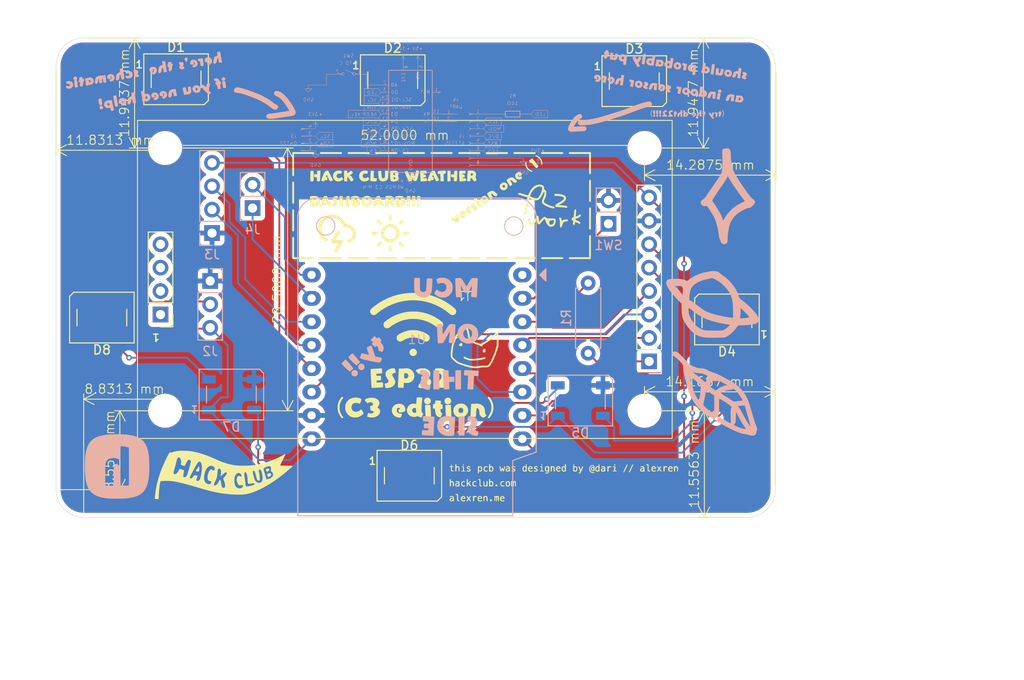
<source format=kicad_pcb>
(kicad_pcb (version 20241129) (generator "pcbnew") (generator_version "8.99")
  (layers (0 "F.Cu" signal) (2 "B.Cu" signal) (13 "F.Paste" user) (15 "B.Paste" user) (5 "F.SilkS" user "F.Silkscreen") (7 "B.SilkS" user "B.Silkscreen") (1 "F.Mask" user) (3 "B.Mask" user) (25 "Edge.Cuts" user))
  (net 0 "")
  (net 1 "GND")
  (net 2 "+5V")
  (net 3 "NEOPIXEL")
  (net 4 "SCK")
  (net 5 "D{slash}C")
  (net 6 "RST")
  (net 7 "CS")
  (net 8 "MOSI")
  (net 9 "+3V3")
  (net 10 "Net-(J1-Pin_1)")
  (net 11 "SDA")
  (net 12 "SCL")
  (net 13 "LED")
  (net 14 "Net-(SW1-A)")
  (net 15 "Net-(J4-Pin_1)")
  (net 16 "Net-(J4-Pin_2)")
  (net 18 "Net-(D5-DOUT)")
  (net 19 "Net-(D6-DOUT)")
  (net 20 "Net-(D7-DOUT)")
  (net 21 "Net-(D8-DOUT)")
  (net 22 "Net-(D1-DOUT)")
  (net 23 "Net-(D2-DOUT)")
  (net 24 "Net-(D3-DOUT)")
  (net 25 "Net-(D4-DOUT)")
  (footprint "LED_SMD:LED_WS2812B_PLCC4_5.0x5.0mm_P3.2mm" (layer "F.Cu") (at 110.3 53.8)
    (property "Reference" "D2" (at 0 -3.5 0) (layer "F.SilkS"))
    (property "Value" "WS2812B")
    (fp_text user "1" (at -4 -1.6 0) (layer "F.SilkS") (effects (font (size 0.8 0.8))))
    (pad "1" smd roundrect (at -2.45 -1.65) (size 1.5 0.9) (layers "F.Cu" "F.Mask" "F.Paste") (roundrect_rratio 0.1) (net 2 "+5V"))
    (pad "2" smd roundrect (at -2.45 1.65) (size 1.5 0.9) (layers "F.Cu" "F.Mask" "F.Paste") (roundrect_rratio 0.1) (net 23 "Net-(D2-DOUT)"))
    (pad "3" smd roundrect (at 2.45 1.65) (size 1.5 0.9) (layers "F.Cu" "F.Mask" "F.Paste") (roundrect_rratio 0.1) (net 1 "GND"))
    (pad "4" smd roundrect (at 2.45 -1.65) (size 1.5 0.9) (layers "F.Cu" "F.Mask" "F.Paste") (roundrect_rratio 0.1) (net 22 "Net-(D1-DOUT)"))
  )
  (footprint "LOGO" (layer "F.Cu") (at 92 96.6)
    (property "Reference" "G***" (hide yes))
    (property "Value" "LOGO" (hide yes))
  )
  (footprint "LOGO" (layer "F.Cu") (at 112.8 84.5)
    (property "Reference" "G***" (hide yes))
    (property "Value" "LOGO" (hide yes))
  )
  (footprint "asylum-weather:TFT_ST7735_SD" (layer "F.Cu") (at 118.1125 75.65625 180)
    (property "Reference" "J1" (at 0 -1.5 180) (layer "F.SilkS") (effects (font (thickness 0.1))))
    (property "Value" "ST7735")
    (pad "" np_thru_hole circle (at -19.5 -14 180) (size 3.2 3.2) (drill 3.2) (layers "*.Cu" "*.Mask"))
    (pad "" np_thru_hole circle (at -19.5 14.5 180) (size 3.2 3.2) (drill 3.2) (layers "*.Cu" "*.Mask"))
    (pad "" np_thru_hole circle (at 32.5 -14 180) (size 3.2 3.2) (drill 3.2) (layers "*.Cu" "*.Mask"))
    (pad "" np_thru_hole circle (at 32.5 14.5 180) (size 3.2 3.2) (drill 3.2) (layers "*.Cu" "*.Mask"))
    (pad "1" thru_hole rect (at -20 -8.64 180) (size 1.7 1.7) (drill 1) (layers "*.Cu" "*.Mask") (net 10 "Net-(J1-Pin_1)"))
    (pad "2" thru_hole oval (at -20 -6.1 180) (size 1.7 1.7) (drill 1) (layers "*.Cu" "*.Mask") (net 4 "SCK"))
    (pad "3" thru_hole oval (at -20 -3.56 180) (size 1.7 1.7) (drill 1) (layers "*.Cu" "*.Mask") (net 8 "MOSI"))
    (pad "4" thru_hole oval (at -20 -1.02 180) (size 1.7 1.7) (drill 1) (layers "*.Cu" "*.Mask") (net 5 "D{slash}C"))
    (pad "5" thru_hole oval (at -20 1.52 180) (size 1.7 1.7) (drill 1) (layers "*.Cu" "*.Mask") (net 6 "RST"))
    (pad "6" thru_hole oval (at -20 4.06 180) (size 1.7 1.7) (drill 1) (layers "*.Cu" "*.Mask") (net 7 "CS"))
    (pad "7" thru_hole oval (at -20 6.6 180) (size 1.7 1.7) (drill 1) (layers "*.Cu" "*.Mask") (net 1 "GND"))
    (pad "8" thru_hole oval (at -20 9.14 180) (size 1.7 1.7) (drill 1) (layers "*.Cu" "*.Mask") (net 9 "+3V3"))
    (pad "9" thru_hole rect (at 33 -3.56 180) (size 1.7 1.7) (drill 1) (layers "*.Cu" "*.Mask"))
    (pad "10" thru_hole oval (at 33 -1.02 180) (size 1.7 1.7) (drill 1) (layers "*.Cu" "*.Mask"))
    (pad "11" thru_hole oval (at 33 1.52 180) (size 1.7 1.7) (drill 1) (layers "*.Cu" "*.Mask"))
    (pad "12" thru_hole oval (at 33 4.06 180) (size 1.7 1.7) (drill 1) (layers "*.Cu" "*.Mask"))
  )
  (footprint "LED_SMD:LED_WS2812B_PLCC4_5.0x5.0mm_P3.2mm" (layer "F.Cu") (at 78.75 79.55 180)
    (property "Reference" "D8" (at 0 -3.5 0) (layer "F.SilkS"))
    (property "Value" "WS2812B")
    (fp_text user "1" (at -5.85 -2.15 180) (layer "F.SilkS") (effects (font (size 0.8 0.8))))
    (pad "1" smd roundrect (at -2.45 -1.65 180) (size 1.5 0.9) (layers "F.Cu" "F.Mask" "F.Paste") (roundrect_rratio 0.1) (net 2 "+5V"))
    (pad "2" smd roundrect (at -2.45 1.65 180) (size 1.5 0.9) (layers "F.Cu" "F.Mask" "F.Paste") (roundrect_rratio 0.1) (net 21 "Net-(D8-DOUT)"))
    (pad "3" smd roundrect (at 2.45 1.65 180) (size 1.5 0.9) (layers "F.Cu" "F.Mask" "F.Paste") (roundrect_rratio 0.1) (net 1 "GND"))
    (pad "4" smd roundrect (at 2.45 -1.65 180) (size 1.5 0.9) (layers "F.Cu" "F.Mask" "F.Paste") (roundrect_rratio 0.1) (net 20 "Net-(D7-DOUT)"))
  )
  (footprint "LOGO" (layer "F.Cu") (at 129.8 97.5)
    (property "Reference" "G***" (hide yes))
    (property "Value" "LOGO" (hide yes))
  )
  (footprint "LED_SMD:LED_WS2812B_PLCC4_5.0x5.0mm_P3.2mm" (layer "F.Cu") (at 86.8 53.7)
    (property "Reference" "D1" (at 0 -3.5 0) (layer "F.SilkS"))
    (property "Value" "WS2812B")
    (fp_text user "1" (at -4 -1.6 0) (layer "F.SilkS") (effects (font (size 0.8 0.8))))
    (pad "1" smd roundrect (at -2.45 -1.65) (size 1.5 0.9) (layers "F.Cu" "F.Mask" "F.Paste") (roundrect_rratio 0.1) (net 2 "+5V"))
    (pad "2" smd roundrect (at -2.45 1.65) (size 1.5 0.9) (layers "F.Cu" "F.Mask" "F.Paste") (roundrect_rratio 0.1) (net 22 "Net-(D1-DOUT)"))
    (pad "3" smd roundrect (at 2.45 1.65) (size 1.5 0.9) (layers "F.Cu" "F.Mask" "F.Paste") (roundrect_rratio 0.1) (net 1 "GND"))
    (pad "4" smd roundrect (at 2.45 -1.65) (size 1.5 0.9) (layers "F.Cu" "F.Mask" "F.Paste") (roundrect_rratio 0.1) (net 3 "NEOPIXEL"))
  )
  (footprint "LED_SMD:LED_WS2812B_PLCC4_5.0x5.0mm_P3.2mm" (layer "F.Cu") (at 112.1 96.7)
    (property "Reference" "D6" (at 0 -3.3 0) (layer "F.SilkS"))
    (property "Value" "WS2812B")
    (fp_text user "1" (at -4 -1.6 0) (layer "F.SilkS") (effects (font (size 0.8 0.8))))
    (pad "1" smd roundrect (at -2.45 -1.65) (size 1.5 0.9) (layers "F.Cu" "F.Mask" "F.Paste") (roundrect_rratio 0.1) (net 2 "+5V"))
    (pad "2" smd roundrect (at -2.45 1.65) (size 1.5 0.9) (layers "F.Cu" "F.Mask" "F.Paste") (roundrect_rratio 0.1) (net 19 "Net-(D6-DOUT)"))
    (pad "3" smd roundrect (at 2.45 1.65) (size 1.5 0.9) (layers "F.Cu" "F.Mask" "F.Paste") (roundrect_rratio 0.1) (net 1 "GND"))
    (pad "4" smd roundrect (at 2.45 -1.65) (size 1.5 0.9) (layers "F.Cu" "F.Mask" "F.Paste") (roundrect_rratio 0.1) (net 18 "Net-(D5-DOUT)"))
  )
  (footprint "LOGO" (layer "F.Cu") (at 116.3 67.9)
    (property "Reference" "G***" (hide yes))
    (property "Value" "LOGO" (hide yes))
  )
  (footprint "LED_SMD:LED_WS2812B_PLCC4_5.0x5.0mm_P3.2mm" (layer "F.Cu") (at 146.55 79.75 180)
    (property "Reference" "D4" (at 0 -3.5 0) (layer "F.SilkS"))
    (property "Value" "WS2812B")
    (fp_text user "1" (at -4 -1.6 180) (layer "F.SilkS") (effects (font (size 0.8 0.8))))
    (pad "1" smd roundrect (at -2.45 -1.65 180) (size 1.5 0.9) (layers "F.Cu" "F.Mask" "F.Paste") (roundrect_rratio 0.1) (net 2 "+5V"))
    (pad "2" smd roundrect (at -2.45 1.65 180) (size 1.5 0.9) (layers "F.Cu" "F.Mask" "F.Paste") (roundrect_rratio 0.1) (net 25 "Net-(D4-DOUT)"))
    (pad "3" smd roundrect (at 2.45 1.65 180) (size 1.5 0.9) (layers "F.Cu" "F.Mask" "F.Paste") (roundrect_rratio 0.1) (net 1 "GND"))
    (pad "4" smd roundrect (at 2.45 -1.65 180) (size 1.5 0.9) (layers "F.Cu" "F.Mask" "F.Paste") (roundrect_rratio 0.1) (net 24 "Net-(D3-DOUT)"))
  )
  (footprint "LED_SMD:LED_WS2812B_PLCC4_5.0x5.0mm_P3.2mm" (layer "F.Cu") (at 136.5 53.9)
    (property "Reference" "D3" (at 0 -3.5 0) (layer "F.SilkS"))
    (property "Value" "WS2812B")
    (fp_text user "1" (at -4 -1.6 0) (layer "F.SilkS") (effects (font (size 0.8 0.8))))
    (pad "1" smd roundrect (at -2.45 -1.65) (size 1.5 0.9) (layers "F.Cu" "F.Mask" "F.Paste") (roundrect_rratio 0.1) (net 2 "+5V"))
    (pad "2" smd roundrect (at -2.45 1.65) (size 1.5 0.9) (layers "F.Cu" "F.Mask" "F.Paste") (roundrect_rratio 0.1) (net 24 "Net-(D3-DOUT)"))
    (pad "3" smd roundrect (at 2.45 1.65) (size 1.5 0.9) (layers "F.Cu" "F.Mask" "F.Paste") (roundrect_rratio 0.1) (net 1 "GND"))
    (pad "4" smd roundrect (at 2.45 -1.65) (size 1.5 0.9) (layers "F.Cu" "F.Mask" "F.Paste") (roundrect_rratio 0.1) (net 23 "Net-(D2-DOUT)"))
  )
  (footprint "LOGO" (layer "B.Cu") (at 111.8 58.3 180)
    (property "Reference" "G***" (hide yes))
    (property "Value" "LOGO" (hide yes))
  )
  (footprint "LED_SMD:LED_WS2812B_PLCC4_5.0x5.0mm_P3.2mm" (layer "B.Cu") (at 130.65 88.55)
    (property "Reference" "D5" (at 0 3.5 180) (layer "B.SilkS") (effects (justify mirror)))
    (property "Value" "WS2812B")
    (fp_text user "1" (at -4 1.6 180) (layer "B.SilkS") (effects (font (size 0.8 0.8)) (justify mirror)))
    (pad "1" smd roundrect (at -2.45 1.65) (size 1.5 0.9) (layers "B.Cu" "B.Mask" "B.Paste") (roundrect_rratio 0.1) (net 2 "+5V"))
    (pad "2" smd roundrect (at -2.45 -1.65) (size 1.5 0.9) (layers "B.Cu" "B.Mask" "B.Paste") (roundrect_rratio 0.1) (net 18 "Net-(D5-DOUT)"))
    (pad "3" smd roundrect (at 2.45 -1.65) (size 1.5 0.9) (layers "B.Cu" "B.Mask" "B.Paste") (roundrect_rratio 0.1) (net 1 "GND"))
    (pad "4" smd roundrect (at 2.45 1.65) (size 1.5 0.9) (layers "B.Cu" "B.Mask" "B.Paste") (roundrect_rratio 0.1) (net 25 "Net-(D4-DOUT)"))
  )
  (footprint "LOGO" (layer "B.Cu") (at 111.601691 83.809601 180)
    (property "Reference" "G***" (hide yes))
    (property "Value" "LOGO" (hide yes))
  )
  (footprint "Resistor_THT:R_Axial_DIN0207_L6.3mm_D2.5mm_P7.62mm_Horizontal" (layer "B.Cu") (at 131.5 75.8 -90)
    (property "Reference" "R1" (at 3.81 2.37 90) (layer "B.SilkS") (effects (justify mirror)))
    (property "Value" "10Ω")
    (pad "1" thru_hole circle (at 0 0 270) (size 1.6 1.6) (drill 0.8) (layers "F&B.Cu" "*.Mask") (net 13 "LED"))
    (pad "2" thru_hole oval (at 7.62 0 270) (size 1.6 1.6) (drill 0.8) (layers "F&B.Cu" "*.Mask") (net 10 "Net-(J1-Pin_1)"))
  )
  (footprint "LOGO" (layer "B.Cu") (at 145.1 76.815381 180)
    (property "Reference" "G***" (hide yes))
    (property "Value" "LOGO" (hide yes))
  )
  (footprint "LOGO" (layer "B.Cu") (at 80.4 95.7 180)
    (property "Reference" "G***" (hide yes))
    (property "Value" "LOGO" (hide yes))
  )
  (footprint "Connector_PinHeader_2.54mm:PinHeader_1x02_P2.54mm_Vertical" (layer "B.Cu") (at 95.1 67.675)
    (property "Reference" "J4" (at 0 2.33 0) (layer "B.SilkS") (effects (justify mirror)))
    (property "Value" "UART")
    (pad "1" thru_hole rect (at 0 0) (size 1.7 1.7) (drill 1) (layers "F&B.Cu" "*.Mask") (net 15 "Net-(J4-Pin_1)"))
    (pad "2" thru_hole oval (at 0 -2.54) (size 1.7 1.7) (drill 1) (layers "F&B.Cu" "*.Mask") (net 16 "Net-(J4-Pin_2)"))
  )
  (footprint "Connector_PinHeader_2.54mm:PinHeader_1x04_P2.54mm_Vertical" (layer "B.Cu") (at 90.7 70.38)
    (property "Reference" "J3" (at 0 2.33 0) (layer "B.SilkS") (effects (justify mirror)))
    (property "Value" "DHT22")
    (pad "1" thru_hole rect (at 0 0) (size 1.7 1.7) (drill 1) (layers "F&B.Cu" "*.Mask") (net 1 "GND"))
    (pad "2" thru_hole oval (at 0 -2.54) (size 1.7 1.7) (drill 1) (layers "F&B.Cu" "*.Mask") (net 11 "SDA"))
    (pad "3" thru_hole oval (at 0 -5.08) (size 1.7 1.7) (drill 1) (layers "F&B.Cu" "*.Mask") (net 12 "SCL"))
    (pad "4" thru_hole oval (at 0 -7.62) (size 1.7 1.7) (drill 1) (layers "F&B.Cu" "*.Mask") (net 9 "+3V3"))
  )
  (footprint "LED_SMD:LED_WS2812B_PLCC4_5.0x5.0mm_P3.2mm" (layer "B.Cu") (at 92.8 87.9)
    (property "Reference" "D7" (at 0 3.5 180) (layer "B.SilkS") (effects (justify mirror)))
    (property "Value" "WS2812B")
    (fp_text user "1" (at -4 1.6 180) (layer "B.SilkS") (effects (font (size 0.8 0.8)) (justify mirror)))
    (pad "1" smd roundrect (at -2.45 1.65) (size 1.5 0.9) (layers "B.Cu" "B.Mask" "B.Paste") (roundrect_rratio 0.1) (net 2 "+5V"))
    (pad "2" smd roundrect (at -2.45 -1.65) (size 1.5 0.9) (layers "B.Cu" "B.Mask" "B.Paste") (roundrect_rratio 0.1) (net 20 "Net-(D7-DOUT)"))
    (pad "3" smd roundrect (at 2.45 -1.65) (size 1.5 0.9) (layers "B.Cu" "B.Mask" "B.Paste") (roundrect_rratio 0.1) (net 1 "GND"))
    (pad "4" smd roundrect (at 2.45 1.65) (size 1.5 0.9) (layers "B.Cu" "B.Mask" "B.Paste") (roundrect_rratio 0.1) (net 19 "Net-(D6-DOUT)"))
  )
  (footprint "Connector_PinHeader_2.54mm:PinHeader_1x03_P2.54mm_Vertical" (layer "B.Cu") (at 90.5 75.575 180)
    (property "Reference" "J2" (at 0 -7.625 0) (layer "B.SilkS") (effects (justify mirror)))
    (property "Value" "NEOPIXEL")
    (pad "1" thru_hole rect (at 0 0 180) (size 1.7 1.7) (drill 1) (layers "F&B.Cu" "*.Mask") (net 1 "GND"))
    (pad "2" thru_hole oval (at 0 -2.54 180) (size 1.7 1.7) (drill 1) (layers "F&B.Cu" "*.Mask") (net 21 "Net-(D8-DOUT)"))
    (pad "3" thru_hole oval (at 0 -5.08 180) (size 1.7 1.7) (drill 1) (layers "F&B.Cu" "*.Mask") (net 2 "+5V"))
  )
  (footprint "Connector_PinHeader_2.54mm:PinHeader_1x02_P2.54mm_Vertical" (layer "B.Cu") (at 133.7 69.375)
    (property "Reference" "SW1" (at 0 2.33 0) (layer "B.SilkS") (effects (justify mirror)))
    (property "Value" "F TO C")
    (pad "1" thru_hole rect (at 0 0) (size 1.7 1.7) (drill 1) (layers "F&B.Cu" "*.Mask") (net 14 "Net-(SW1-A)"))
    (pad "2" thru_hole oval (at 0 -2.54) (size 1.7 1.7) (drill 1) (layers "F&B.Cu" "*.Mask") (net 1 "GND"))
  )
  (footprint "LOGO" (layer "B.Cu") (at 89.8 55 180)
    (property "Reference" "G***" (hide yes))
    (property "Value" "LOGO" (hide yes))
  )
  (footprint "asylum-weather:WEMOS_C3_mini" (layer "B.Cu") (at 112.93 82.42 180)
    (property "Reference" "U1" (at 0 0.5 0) (layer "B.SilkS") (effects (font (thickness 0.1)) (justify mirror)))
    (property "Value" "WEMOS C3 MINI")
    (pad "1" thru_hole oval (at -11.43 7.5 180) (size 2 1.6) (drill 0.9) (layers "F&B.Cu" "*.Mask"))
    (pad "2" thru_hole oval (at -11.43 4.96 180) (size 2 1.6) (drill 0.9) (layers "F&B.Cu" "*.Mask") (net 14 "Net-(SW1-A)"))
    (pad "3" thru_hole oval (at -11.43 2.42 180) (size 2 1.6) (drill 0.9) (layers "F&B.Cu" "*.Mask") (net 13 "LED"))
    (pad "4" thru_hole oval (at -11.43 -0.12 180) (size 2 1.6) (drill 0.9) (layers "F&B.Cu" "*.Mask") (net 4 "SCK"))
    (pad "5" thru_hole oval (at -11.43 -2.66 180) (size 2 1.6) (drill 0.9) (layers "F&B.Cu" "*.Mask") (net 6 "RST"))
    (pad "6" thru_hole oval (at -11.43 -5.2 180) (size 2 1.6) (drill 0.9) (layers "F&B.Cu" "*.Mask") (net 8 "MOSI"))
    (pad "7" thru_hole oval (at -11.43 -7.74 180) (size 2 1.6) (drill 0.9) (layers "F&B.Cu" "*.Mask") (net 7 "CS"))
    (pad "8" thru_hole oval (at -11.43 -10.28 180) (size 2 1.6) (drill 0.9) (layers "F&B.Cu" "*.Mask") (net 9 "+3V3"))
    (pad "9" thru_hole oval (at 11.43 -10.28 180) (size 2 1.6) (drill 0.9) (layers "F&B.Cu" "*.Mask") (net 2 "+5V"))
    (pad "10" thru_hole oval (at 11.43 -7.74 180) (size 2 1.6) (drill 0.9) (layers "F&B.Cu" "*.Mask") (net 1 "GND"))
    (pad "11" thru_hole oval (at 11.43 -5.2 180) (size 2 1.6) (drill 0.9) (layers "F&B.Cu" "*.Mask") (net 5 "D{slash}C"))
    (pad "12" thru_hole oval (at 11.43 -2.66 180) (size 2 1.6) (drill 0.9) (layers "F&B.Cu" "*.Mask") (net 3 "NEOPIXEL"))
    (pad "13" thru_hole oval (at 11.43 -0.12 180) (size 2 1.6) (drill 0.9) (layers "F&B.Cu" "*.Mask") (net 11 "SDA"))
    (pad "14" thru_hole oval (at 11.43 2.42 180) (size 2 1.6) (drill 0.9) (layers "F&B.Cu" "*.Mask") (net 12 "SCL"))
    (pad "15" thru_hole oval (at 11.43 4.96 180) (size 2 1.6) (drill 0.9) (layers "F&B.Cu" "*.Mask") (net 15 "Net-(J4-Pin_1)"))
    (pad "16" thru_hole oval (at 11.43 7.5 180) (size 2 1.6) (drill 0.9) (layers "F&B.Cu" "*.Mask") (net 16 "Net-(J4-Pin_2)"))
    (zone (net 0) (net_name "") (layers "F&B.Cu") (name "No Copper") (connect_pads (clearance 0)) (min_thickness 0.25)
      (keepout (tracks not_allowed) (vias not_allowed) (pads not_allowed) (copperpour not_allowed) (footprints not_allowed))
      (fill (thermal_gap 0.5) (thermal_bridge_width 0.5))
      (polygon (pts (xy 125.71 66.72) (xy 100.11 66.72) (xy 100.11 73.52) (xy 125.71 73.52)))
    )
  )
  (footprint "LOGO" (layer "B.Cu") (at 130.7 57.2 180)
    (property "Reference" "G***" (hide yes))
    (property "Value" "LOGO" (hide yes))
  )
  (gr_rect (start 99.5 61.7) (end 131.7 73.1) (stroke (width 0.2) (type dash)) (fill no) (layer "F.SilkS"))
  (gr_arc (start 151.78125 98.2125) (mid 150.90257 100.33382) (end 148.78125 101.2125) (stroke (width 0.05)) (layer "Edge.Cuts"))
  (gr_line (start 148.78125 101.2125) (end 76.78125 101.2125) (stroke (width 0.05)) (layer "Edge.Cuts"))
  (gr_arc (start 76.78125 101.2125) (mid 74.659962 100.333803) (end 73.78125 98.2125) (stroke (width 0.05)) (layer "Edge.Cuts"))
  (gr_line (start 76.78125 49.2125) (end 148.78125 49.2125) (stroke (width 0.05)) (layer "Edge.Cuts"))
  (gr_arc (start 73.78125 52.2125) (mid 74.65993 50.09118) (end 76.78125 49.2125) (stroke (width 0.05)) (layer "Edge.Cuts"))
  (gr_arc (start 148.78125 49.2125) (mid 150.90257 50.09118) (end 151.78125 52.2125) (stroke (width 0.05)) (layer "Edge.Cuts"))
  (gr_line (start 73.78125 98.2125) (end 73.78125 52.2125) (stroke (width 0.05)) (layer "Edge.Cuts"))
  (gr_line (start 151.78125 52.2125) (end 151.78125 98.2125) (stroke (width 0.05)) (layer "Edge.Cuts"))
  (dimension (type orthogonal) (layer "F.SilkS") (pts (xy 85.6125 61.15625) (xy 76.78125 49.2125)) (height -3.3125) (orientation 1) (format (prefix "") (suffix "") (units 3) (units_format 1) (precision 4)) (style (thickness 0.1) (arrow_length 1.27) (text_position_mode 0) (arrow_direction outward) (extension_height 0.58642) (extension_offset 0.5) (keep_text_aligned yes)) (gr_text "11.9437 mm" (at 81.2 55.184375 90) (layer "F.SilkS") (effects (font (size 1 1) (thickness 0.1)))))
  (dimension (type orthogonal) (layer "F.SilkS") (pts (xy 85.6125 89.65625) (xy 76.78125 101.212499)) (height -1.25625) (orientation 0) (format (prefix "") (suffix "") (units 3) (units_format 1) (precision 4)) (style (thickness 0.1) (arrow_length 1.27) (text_position_mode 0) (arrow_direction outward) (extension_height 0.58642) (extension_offset 0.5) (keep_text_aligned yes)) (gr_text "8.8313 mm" (at 81.196875 87.3 0) (layer "F.SilkS") (effects (font (size 1 1) (thickness 0.1)))))
  (dimension (type orthogonal) (layer "F.SilkS") (pts (xy 137.6125 89.65625) (xy 151.78125 98.2125)) (height -2.05625) (orientation 0) (format (prefix "") (suffix "") (units 3) (units_format 1) (precision 4)) (style (thickness 0.1) (arrow_length 1.27) (text_position_mode 0) (arrow_direction outward) (extension_height 0.58642) (extension_offset 0.5) (keep_text_aligned yes)) (gr_text "14.1687 mm" (at 144.696875 86.5 0) (layer "F.SilkS") (effects (font (size 1 1) (thickness 0.1)))))
  (dimension (type orthogonal) (layer "F.SilkS") (pts (xy 85.6125 61.15625) (xy 85.6125 89.65625)) (height 13.2875) (orientation 1) (format (prefix "") (suffix "") (units 3) (units_format 1) (precision 4)) (style (thickness 0.1) (arrow_length 1.27) (text_position_mode 0) (arrow_direction outward) (extension_height 0.58642) (extension_offset 0.5) (keep_text_aligned yes)) (gr_text "28.5000 mm" (at 97.8 75.40625 90) (layer "F.SilkS") (effects (font (size 1 1) (thickness 0.1)))))
  (dimension (type orthogonal) (layer "F.SilkS") (pts (xy 137.6125 61.15625) (xy 148.78125 49.2125)) (height 6.3875) (orientation 1) (format (prefix "") (suffix "") (units 3) (units_format 1) (precision 4)) (style (thickness 0.1) (arrow_length 1.27) (text_position_mode 0) (arrow_direction outward) (extension_height 0.58642) (extension_offset 0.5) (keep_text_aligned yes)) (gr_text "11.9437 mm" (at 142.9 55.184375 90) (layer "F.SilkS") (effects (font (size 1 1) (thickness 0.1)))))
  (dimension (type orthogonal) (layer "F.SilkS") (pts (xy 137.6125 89.65625) (xy 148.79852 101.2125)) (height 6.4875) (orientation 1) (format (prefix "") (suffix "") (units 3) (units_format 1) (precision 4)) (style (thickness 0.1) (arrow_length 1.27) (text_position_mode 0) (arrow_direction outward) (extension_height 0.58642) (extension_offset 0.5) (keep_text_aligned yes)) (gr_text "11.5563 mm" (at 143 95.434375 90) (layer "F.SilkS") (effects (font (size 1 1) (thickness 0.1)))))
  (dimension (type orthogonal) (layer "F.SilkS") (pts (xy 137.6125 61.15625) (xy 151.9 52.4)) (height 2.94375) (orientation 0) (format (prefix "") (suffix "") (units 3) (units_format 1) (precision 4)) (style (thickness 0.1) (arrow_length 1.27) (text_position_mode 0) (arrow_direction outward) (extension_height 0.58642) (extension_offset 0.5) (keep_text_aligned yes)) (gr_text "14.2875 mm" (at 144.75625 63 0) (layer "F.SilkS") (effects (font (size 1 1) (thickness 0.1)))))
  (dimension (type orthogonal) (layer "F.SilkS") (pts (xy 85.6125 61.15625) (xy 73.78125 52.2125)) (height 0.24375) (orientation 0) (format (prefix "") (suffix "") (units 3) (units_format 1) (precision 4)) (style (thickness 0.1) (arrow_length 1.27) (text_position_mode 0) (arrow_direction outward) (extension_height 0.58642) (extension_offset 0.5) (keep_text_aligned yes)) (gr_text "11.8313 mm" (at 79.696875 60.3 0) (layer "F.SilkS") (effects (font (size 1 1) (thickness 0.1)))))
  (dimension (type orthogonal) (layer "F.SilkS") (pts (xy 85.6125 89.65625) (xy 73.78125 98.2125)) (height -4.9125) (orientation 1) (format (prefix "") (suffix "") (units 3) (units_format 1) (precision 4)) (style (thickness 0.1) (arrow_length 1.27) (text_position_mode 0) (arrow_direction outward) (extension_height 0.58642) (extension_offset 0.5) (keep_text_aligned yes)) (gr_text "8.5563 mm" (at 79.6 93.934375 90) (layer "F.SilkS") (effects (font (size 1 1) (thickness 0.1)))))
  (dimension (type orthogonal) (layer "F.SilkS") (pts (xy 137.6125 61.15625) (xy 85.6125 61.15625)) (height -0.286012) (orientation 0) (format (prefix "") (suffix "") (units 3) (units_format 1) (precision 4)) (style (thickness 0.1) (arrow_length 1.27) (text_position_mode 0) (arrow_direction outward) (extension_height 0.58642) (extension_offset 0.5) (keep_text_aligned yes)) (gr_text "52.0000 mm" (at 111.6125 59.770238 0) (layer "F.SilkS") (effects (font (size 1 1) (thickness 0.1)))))
  (segment (start 106.598 50.898) (end 107.85 52.15) (width 0.2) (layer "F.Cu") (net 2))
  (segment (start 111.699 51.625548) (end 111.925548 51.399) (width 0.2) (layer "F.Cu") (net 2))
  (segment (start 111.699 51.801) (end 111.699 51.625548) (width 0.2) (layer "F.Cu") (net 2))
  (segment (start 146.2 84.2) (end 149 81.4) (width 0.2) (layer "F.Cu") (net 2))
  (segment (start 78.1 58.3) (end 78.1 77.9) (width 0.2) (layer "F.Cu") (net 2))
  (segment (start 80.95 80.75) (end 90.405 80.75) (width 0.2) (layer "F.Cu") (net 2))
  (segment (start 107.3 92.7) (end 101.5 92.7) (width 0.2) (layer "F.Cu") (net 2))
  (segment (start 111.35 52.15) (end 111.699 51.801) (width 0.2) (layer "F.Cu") (net 2))
  (segment (start 78.1 77.9) (end 80.95 80.75) (width 0.2) (layer "F.Cu") (net 2))
  (segment (start 116.2 91.4) (end 113.3 91.4) (width 0.2) (layer "F.Cu") (net 2))
  (segment (start 88.257448 50.9) (end 88.259448 50.898) (width 0.2) (layer "F.Cu") (net 2))
  (segment (start 111.925548 51.399) (end 133.199 51.399) (width 0.2) (layer "F.Cu") (net 2))
  (segment (start 85.5 50.9) (end 88.257448 50.9) (width 0.2) (layer "F.Cu") (net 2))
  (segment (start 84.35 52.05) (end 85.5 50.9) (width 0.2) (layer "F.Cu") (net 2))
  (segment (start 90.405 80.75) (end 90.5 80.655) (width 0.2) (layer "F.Cu") (net 2))
  (segment (start 84.35 52.05) (end 78.1 58.3) (width 0.2) (layer "F.Cu") (net 2))
  (segment (start 145.4 90.5) (end 146.2 89.7) (width 0.2) (layer "F.Cu") (net 2))
  (segment (start 109.65 95.05) (end 107.3 92.7) (width 0.2) (layer "F.Cu") (net 2))
  (segment (start 88.259448 50.898) (end 106.598 50.898) (width 0.2) (layer "F.Cu") (net 2))
  (segment (start 133.199 51.399) (end 134.05 52.25) (width 0.2) (layer "F.Cu") (net 2))
  (segment (start 107.85 52.15) (end 111.35 52.15) (width 0.2) (layer "F.Cu") (net 2))
  (segment (start 146.2 89.7) (end 146.2 84.2) (width 0.2) (layer "F.Cu") (net 2))
  (segment (start 113.3 91.4) (end 109.65 95.05) (width 0.2) (layer "F.Cu") (net 2))
  (via (at 145.4 90.5) (size 0.6) (drill 0.3) (layers "F.Cu" "B.Cu") (net 2))
  (via (at 116.2 91.4) (size 0.6) (drill 0.3) (layers "F.Cu" "B.Cu") (net 2))
  (segment (start 141.7 94.2) (end 132.2 94.2) (width 0.2) (layer "B.Cu") (net 2))
  (segment (start 116.2 91.4) (end 127 91.4) (width 0.2) (layer "B.Cu") (net 2))
  (segment (start 145.4 90.5) (end 141.7 94.2) (width 0.2) (layer "B.Cu") (net 2))
  (segment (start 91.7 88.2) (end 90.35 89.55) (width 0.2) (layer "B.Cu") (net 2))
  (segment (start 132.2 94.2) (end 128.2 90.2) (width 0.2) (layer "B.Cu") (net 2))
  (segment (start 92.4 88.2) (end 91.7 88.2) (width 0.2) (layer "B.Cu") (net 2))
  (segment (start 90.35 89.55) (end 95.8 95) (width 0.2) (layer "B.Cu") (net 2))
  (segment (start 127 91.4) (end 128.2 90.2) (width 0.2) (layer "B.Cu") (net 2))
  (segment (start 95.8 95) (end 99.2 95) (width 0.2) (layer "B.Cu") (net 2))
  (segment (start 92.4 82.555) (end 92.4 88.2) (width 0.2) (layer "B.Cu") (net 2))
  (segment (start 99.2 95) (end 101.5 92.7) (width 0.2) (layer "B.Cu") (net 2))
  (segment (start 90.5 80.655) (end 92.4 82.555) (width 0.2) (layer "B.Cu") (net 2))
  (segment (start 98 62.524548) (end 98 81.58) (width 0.2) (layer "F.Cu") (net 3))
  (segment (start 89.25 52.05) (end 89.25 53.774548) (width 0.2) (layer "F.Cu") (net 3))
  (segment (start 98 81.58) (end 101.5 85.08) (width 0.2) (layer "F.Cu") (net 3))
  (segment (start 89.25 53.774548) (end 98 62.524548) (width 0.2) (layer "F.Cu") (net 3))
  (segment (start 138.1125 81.75625) (end 125.14375 81.75625) (width 0.2) (layer "F.Cu") (net 4))
  (segment (start 125.14375 81.75625) (end 124.36 82.54) (width 0.2) (layer "F.Cu") (net 4))
  (segment (start 107.76475 81.35525) (end 101.5 87.62) (width 0.2) (layer "F.Cu") (net 5))
  (segment (start 138.1125 76.67625) (end 133.4335 81.35525) (width 0.2) (layer "F.Cu") (net 5))
  (segment (start 133.4335 81.35525) (end 107.76475 81.35525) (width 0.2) (layer "F.Cu") (net 5))
  (segment (start 124.88 85.6) (end 124.36 85.08) (width 0.2) (layer "F.Cu") (net 6))
  (segment (start 139.8 85.6) (end 124.88 85.6) (width 0.2) (layer "F.Cu") (net 6))
  (segment (start 138.1125 74.13625) (end 138.13625 74.13625) (width 0.2) (layer "F.Cu") (net 6))
  (segment (start 138.13625 74.13625) (end 139.8 75.8) (width 0.2) (layer "F.Cu") (net 6))
  (segment (start 139.8 75.8) (end 139.8 85.6) (width 0.2) (layer "F.Cu") (net 6))
  (segment (start 136.2 86.2) (end 133.8 88.6) (width 0.2) (layer "F.Cu") (net 7))
  (segment (start 127.601 88.6) (end 127.601 88.648943) (width 0.2) (layer "F.Cu") (net 7))
  (segment (start 140.2 73.68375) (end 140.2 86.2) (width 0.2) (layer "F.Cu") (net 7))
  (segment (start 126.089943 90.16) (end 124.36 90.16) (width 0.2) (layer "F.Cu") (net 7))
  (segment (start 140.2 86.2) (end 136.2 86.2) (width 0.2) (layer "F.Cu") (net 7))
  (segment (start 127.601 88.648943) (end 126.089943 90.16) (width 0.2) (layer "F.Cu") (net 7))
  (segment (start 138.1125 71.59625) (end 140.2 73.68375) (width 0.2) (layer "F.Cu") (net 7))
  (segment (start 133.8 88.6) (end 127.601 88.6) (width 0.2) (layer "F.Cu") (net 7))
  (segment (start 119.5 82.7) (end 119.5 86.2) (width 0.2) (layer "B.Cu") (net 8))
  (segment (start 138.1125 79.21625) (end 135.38375 79.21625) (width 0.2) (layer "B.Cu") (net 8))
  (segment (start 119.5 86.2) (end 120.92 87.62) (width 0.2) (layer "B.Cu") (net 8))
  (segment (start 120.92 87.62) (end 124.36 87.62) (width 0.2) (layer "B.Cu") (net 8))
  (segment (start 135.38375 79.21625) (end 133.3 81.3) (width 0.2) (layer "B.Cu") (net 8))
  (segment (start 133.3 81.3) (end 120.9 81.3) (width 0.2) (layer "B.Cu") (net 8))
  (segment (start 120.9 81.3) (end 119.5 82.7) (width 0.2) (layer "B.Cu") (net 8))
  (segment (start 129.26 97.6) (end 124.36 92.7) (width 0.2) (layer "F.Cu") (net 9))
  (segment (start 138.1125 66.51625) (end 141.848125 70.251875) (width 0.2) (layer "F.Cu") (net 9))
  (segment (start 139.4 97.6) (end 129.26 97.6) (width 0.2) (layer "F.Cu") (net 9))
  (segment (start 141.9 95.1) (end 139.4 97.6) (width 0.2) (layer "F.Cu") (net 9))
  (segment (start 141.898125 70.301875) (end 141.898125 73.698125) (width 0.2) (layer "F.Cu") (net 9))
  (segment (start 141.848125 70.251875) (end 141.9 70.30375) (width 0.2) (layer "F.Cu") (net 9))
  (segment (start 141.848125 70.251875) (end 141.898125 70.301875) (width 0.2) (layer "F.Cu") (net 9))
  (segment (start 141.898125 73.698125) (end 141.9 73.7) (width 0.2) (layer "F.Cu") (net 9))
  (segment (start 141.9 88.1) (end 141.9 95.1) (width 0.2) (layer "F.Cu") (net 9))
  (via (at 141.9 73.7) (size 0.6) (drill 0.3) (layers "F.Cu" "B.Cu") (net 9))
  (via (at 141.9 88.1) (size 0.6) (drill 0.3) (layers "F.Cu" "B.Cu") (net 9))
  (segment (start 141.9 73.7) (end 141.9 88.1) (width 0.2) (layer "B.Cu") (net 9))
  (segment (start 134.35625 62.76) (end 138.1125 66.51625) (width 0.2) (layer "B.Cu") (net 9))
  (segment (start 90.7 62.76) (end 134.35625 62.76) (width 0.2) (layer "B.Cu") (net 9))
  (segment (start 138.1125 84.29625) (end 132.37625 84.29625) (width 0.2) (layer "F.Cu") (net 10))
  (segment (start 132.37625 84.29625) (end 131.5 83.42) (width 0.2) (layer "F.Cu") (net 10))
  (segment (start 93.5 70.64) (end 93.5 75.8) (width 0.2) (layer "B.Cu") (net 11))
  (segment (start 100.24 82.54) (end 101.5 82.54) (width 0.2) (layer "B.Cu") (net 11))
  (segment (start 93.5 75.8) (end 100.24 82.54) (width 0.2) (layer "B.Cu") (net 11))
  (segment (start 90.7 67.84) (end 93.5 70.64) (width 0.2) (layer "B.Cu") (net 11))
  (segment (start 98.9 80) (end 101.5 80) (width 0.2) (layer "B.Cu") (net 12))
  (segment (start 90.7 65.3) (end 92.6 67.2) (width 0.2) (layer "B.Cu") (net 12))
  (segment (start 94.3 70.8729) (end 94.3 75.4) (width 0.2) (layer "B.Cu") (net 12))
  (segment (start 94.3 75.4) (end 98.9 80) (width 0.2) (layer "B.Cu") (net 12))
  (segment (start 92.6 69.1729) (end 94.3 70.8729) (width 0.2) (layer "B.Cu") (net 12))
  (segment (start 92.6 67.2) (end 92.6 69.1729) (width 0.2) (layer "B.Cu") (net 12))
  (segment (start 131.5 75.8) (end 127.3 80) (width 0.2) (layer "F.Cu") (net 13))
  (segment (start 127.3 80) (end 124.36 80) (width 0.2) (layer "F.Cu") (net 13))
  (segment (start 125.615 77.46) (end 124.36 77.46) (width 0.2) (layer "F.Cu") (net 14))
  (segment (start 133.7 69.375) (end 125.615 77.46) (width 0.2) (layer "F.Cu") (net 14))
  (segment (start 95.1 67.675) (end 95.1 71.06) (width 0.2) (layer "B.Cu") (net 15))
  (segment (start 95.1 71.06) (end 101.5 77.46) (width 0.2) (layer "B.Cu") (net 15))
  (segment (start 100.32 74.92) (end 98.6 73.2) (width 0.2) (layer "B.Cu") (net 16))
  (segment (start 98.6 73.2) (end 98.6 68.635) (width 0.2) (layer "B.Cu") (net 16))
  (segment (start 98.6 68.635) (end 95.1 65.135) (width 0.2) (layer "B.Cu") (net 16))
  (segment (start 101.5 74.92) (end 100.32 74.92) (width 0.2) (layer "B.Cu") (net 16))
  (segment (start 126.3 88.8) (end 126.6 88.8) (width 0.2) (layer "F.Cu") (net 18))
  (segment (start 114.7 94.9) (end 115.2 94.9) (width 0.2) (layer "F.Cu") (net 18))
  (segment (start 126.6 88.8) (end 127 88.4) (width 0.2) (layer "F.Cu") (net 18))
  (segment (start 121.3 88.8) (end 126.3 88.8) (width 0.2) (layer "F.Cu") (net 18))
  (segment (start 114.55 95.05) (end 114.7 94.9) (width 0.2) (layer "F.Cu") (net 18))
  (segment (start 115.2 94.9) (end 121.3 88.8) (width 0.2) (layer "F.Cu") (net 18))
  (via (at 127 88.4) (size 0.6) (drill 0.3) (layers "F.Cu" "B.Cu") (net 18))
  (segment (start 127 88.4) (end 128.2 87.2) (width 0.2) (layer "B.Cu") (net 18))
  (segment (start 128.2 87.2) (end 128.2 86.9) (width 0.2) (layer "B.Cu") (net 18))
  (segment (start 109.65 98.35) (end 109.2 97.9) (width 0.2) (layer "F.Cu") (net 19))
  (segment (start 98.3 97.9) (end 95.7 95.3) (width 0.2) (layer "F.Cu") (net 19))
  (segment (start 109.2 97.9) (end 98.3 97.9) (width 0.2) (layer "F.Cu") (net 19))
  (segment (start 95.7 95.3) (end 95.7 93.6) (width 0.2) (layer "F.Cu") (net 19))
  (via (at 95.7 93.6) (size 0.6) (drill 0.3) (layers "F.Cu" "B.Cu") (net 19))
  (segment (start 95.7 90) (end 95.25 89.55) (width 0.2) (layer "B.Cu") (net 19))
  (segment (start 95.7 93.6) (end 95.7 90) (width 0.2) (layer "B.Cu") (net 19))
  (segment (start 76.3 81.2) (end 79 81.2) (width 0.2) (layer "F.Cu") (net 20))
  (segment (start 79 81.2) (end 81.7 83.9) (width 0.2) (layer "F.Cu") (net 20))
  (via (at 81.7 83.9) (size 0.6) (drill 0.3) (layers "F.Cu" "B.Cu") (net 20))
  (segment (start 90.35 86.25) (end 88 83.9) (width 0.2) (layer "B.Cu") (net 20))
  (segment (start 88 83.9) (end 81.7 83.9) (width 0.2) (layer "B.Cu") (net 20))
  (segment (start 90.5 78.115) (end 90.185 77.8) (width 0.2) (layer "F.Cu") (net 21))
  (segment (start 90.185 77.8) (end 85.61651 77.8) (width 0.2) (layer "F.Cu") (net 21))
  (segment (start 85.61651 77.8) (end 85.51651 77.9) (width 0.2) (layer "F.Cu") (net 21))
  (segment (start 85.51651 77.9) (end 81.2 77.9) (width 0.2) (layer "F.Cu") (net 21))
  (segment (start 88.425548 51.299) (end 103.799 51.299) (width 0.2) (layer "F.Cu") (net 22))
  (segment (start 106.6 54.1) (end 110.8 54.1) (width 0.2) (layer "F.Cu") (net 22))
  (segment (start 110.8 54.1) (end 112.75 52.15) (width 0.2) (layer "F.Cu") (net 22))
  (segment (start 88.3 51.4) (end 88.324548 51.4) (width 0.2) (layer "F.Cu") (net 22))
  (segment (start 84.35 55.35) (end 88.3 51.4) (width 0.2) (layer "F.Cu") (net 22))
  (segment (start 88.324548 51.4) (end 88.425548 51.299) (width 0.2) (layer "F.Cu") (net 22))
  (segment (start 103.799 51.299) (end 106.6 54.1) (width 0.2) (layer "F.Cu") (net 22))
  (segment (start 112.624548 54) (end 137.2 54) (width 0.2) (layer "F.Cu") (net 23))
  (segment (start 107.85 55.45) (end 111.25 55.45) (width 0.2) (layer "F.Cu") (net 23))
  (segment (start 111.699 54.925548) (end 112.624548 54) (width 0.2) (layer "F.Cu") (net 23))
  (segment (start 111.699 55.001) (end 111.699 54.925548) (width 0.2) (layer "F.Cu") (net 23))
  (segment (start 111.25 55.45) (end 111.699 55.001) (width 0.2) (layer "F.Cu") (net 23))
  (segment (start 137.2 54) (end 138.95 52.25) (width 0.2) (layer "F.Cu") (net 23))
  (segment (start 134.05 55.55) (end 137.70525 59.20525) (width 0.2) (layer "F.Cu") (net 24))
  (segment (start 146.3 80.1) (end 145 81.4) (width 0.2) (layer "F.Cu") (net 24))
  (segment (start 138.420631 59.20525) (end 146.3 67.084619) (width 0.2) (layer "F.Cu") (net 24))
  (segment (start 146.3 80.1) (end 146.3 67.084619) (width 0.2) (layer "F.Cu") (net 24))
  (segment (start 137.70525 59.20525) (end 138.420631 59.20525) (width 0.2) (layer "F.Cu") (net 24))
  (segment (start 145 81.4) (end 144.1 81.4) (width 0.2) (layer "F.Cu") (net 24))
  (segment (start 142.8 84.3) (end 142.8 89.9) (width 0.2) (layer "F.Cu") (net 25))
  (segment (start 149 78.1) (end 142.8 84.3) (width 0.2) (layer "F.Cu") (net 25))
  (via (at 142.8 89.9) (size 0.6) (drill 0.3) (layers "F.Cu" "B.Cu") (net 25))
  (segment (start 142.8 90.8) (end 140.7 92.9) (width 0.2) (layer "B.Cu") (net 25))
  (segment (start 134.3 91.4) (end 133.1 90.2) (width 0.2) (layer "B.Cu") (net 25))
  (segment (start 140.7 92.9) (end 134.3 92.9) (width 0.2) (layer "B.Cu") (net 25))
  (segment (start 142.8 89.9) (end 142.8 90.8) (width 0.2) (layer "B.Cu") (net 25))
  (segment (start 134.3 92.9) (end 134.3 91.4) (width 0.2) (layer "B.Cu") (net 25))
  (zone (net 1) (net_name "GND") (layer "F.Cu") (connect_pads (clearance 0.5)) (min_thickness 0.25) (fill yes (thermal_gap 0.5) (thermal_bridge_width 0.5))
    (polygon (pts (xy 72.6 47.9) (xy 154.2 46.9) (xy 155.2 106.4) (xy 69.8 103.7) (xy 72.8 47.8) (xy 73 47.8)))
  )
  (zone (net 1) (net_name "GND") (layer "B.Cu") (priority 1) (connect_pads (clearance 0.5)) (min_thickness 0.25) (fill yes (thermal_gap 0.5) (thermal_bridge_width 0.5))
    (polygon (pts (xy 71.4 46.3) (xy 157.6 45.1) (xy 158.5 108) (xy 67.7 105.8) (xy 71.7 46.4)))
  )
)
</source>
